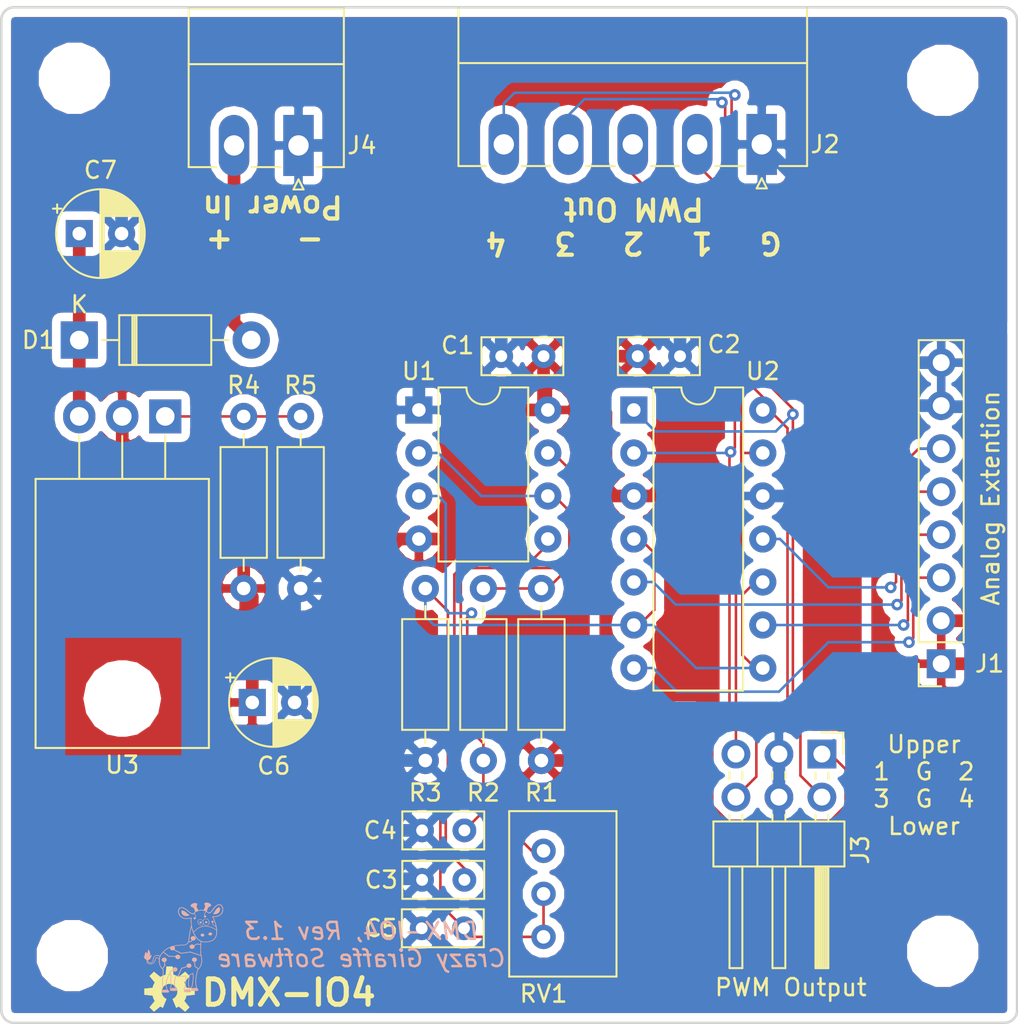
<source format=kicad_pcb>
(kicad_pcb (version 20171130) (host pcbnew "(5.0.0)")
  (title_block (title "DMX Demonstrator - Analog IO PWM (DMX-IO4)") (date 2023-09-17) (rev 1.3) (company "Crazy Giraffe Software") (comment 2 "Designed by: SparkyBobo") (comment 3 https://creativecommons.org/licenses/by-sa/4.0/) (comment 4 "Released under the Creative Commons Attribution Share-Alike 4.0m License"))
  (layers (0 F.Cu signal) (31 B.Cu signal) (34 B.Paste user) (35 F.Paste user) (36 B.SilkS user) (37 F.SilkS user) (38 B.Mask user) (39 F.Mask user) (44 Edge.Cuts user))
  (net 0 "")
  (net 1 GND)
  (net 2 /AO1)
  (net 3 /AO0)
  (net 4 /AO3)
  (net 5 /AO2)
  (net 6 "Net-(J2-Pad2)")
  (net 7 "Net-(J2-Pad3)")
  (net 8 "Net-(J2-Pad4)")
  (net 9 "Net-(J2-Pad5)")
  (net 10 "Net-(R1-Pad2)")
  (net 11 +5V)
  (net 12 "Net-(C5-Pad1)")
  (net 13 "Net-(C4-Pad2)")
  (net 14 "Net-(RV1-Pad1)")
  (net 15 "Net-(C3-Pad2)")
  (net 16 "Net-(R4-Pad1)")
  (net 17 "Net-(C7-Pad1)")
  (net 18 "Net-(D1-Pad2)")
  (net 19 "Net-(C2-Pad1)")
  (module Connector_Phoenix_MC:PhoenixContact_MC_1,5_2-G-3.81_1x02_P3.81mm_Horizontal (layer F.Cu) (at 133.7945 75.1205 180)
    (fp_text reference J4 (at -3.7465 0 180) (layer F.SilkS))
    (fp_text value Power)
    (pad 1 thru_hole rect (at 0 0 180) (size 1.8 3.6) (drill 1.2) (layers *.Cu *.Mask) (net 1 GND))
    (pad 2 thru_hole oval (at 3.81 0 180) (size 1.8 3.6) (drill 1.2) (layers *.Cu *.Mask) (net 18 "Net-(D1-Pad2)"))
  )
  (module Connector_Phoenix_MC:PhoenixContact_MC_1,5_5-G-3.81_1x05_P3.81mm_Horizontal (layer F.Cu) (at 161.163 75.057 180)
    (fp_text reference J2 (at -3.7465 0 180) (layer F.SilkS))
    (fp_text value Output)
    (pad 1 thru_hole rect (at 0 0 180) (size 1.8 3.6) (drill 1.2) (layers *.Cu *.Mask) (net 1 GND))
    (pad 2 thru_hole oval (at 3.81 0 180) (size 1.8 3.6) (drill 1.2) (layers *.Cu *.Mask) (net 6 "Net-(J2-Pad2)"))
    (pad 3 thru_hole oval (at 7.62 0 180) (size 1.8 3.6) (drill 1.2) (layers *.Cu *.Mask) (net 7 "Net-(J2-Pad3)"))
    (pad 4 thru_hole oval (at 11.43 0 180) (size 1.8 3.6) (drill 1.2) (layers *.Cu *.Mask) (net 8 "Net-(J2-Pad4)"))
    (pad 5 thru_hole oval (at 15.24 0 180) (size 1.8 3.6) (drill 1.2) (layers *.Cu *.Mask) (net 9 "Net-(J2-Pad5)"))
  )
  (module Connector_PinHeader_2.54mm:PinHeader_2x03_P2.54mm_Horizontal (layer F.Cu) (at 164.719 111.0615 270)
    (fp_text reference J3 (at 5.655 -2.27 270) (layer F.SilkS))
    (fp_text value Output)
    (pad 1 thru_hole rect (at 0 0 270) (size 1.7 1.7) (drill 1) (layers *.Cu *.Mask) (net 7 "Net-(J2-Pad3)"))
    (pad 2 thru_hole oval (at 2.54 0 270) (size 1.7 1.7) (drill 1) (layers *.Cu *.Mask) (net 9 "Net-(J2-Pad5)"))
    (pad 3 thru_hole oval (at 0 2.54 270) (size 1.7 1.7) (drill 1) (layers *.Cu *.Mask) (net 1 GND))
    (pad 4 thru_hole oval (at 2.54 2.54 270) (size 1.7 1.7) (drill 1) (layers *.Cu *.Mask) (net 1 GND))
    (pad 5 thru_hole oval (at 0 5.08 270) (size 1.7 1.7) (drill 1) (layers *.Cu *.Mask) (net 6 "Net-(J2-Pad2)"))
    (pad 6 thru_hole oval (at 2.54 5.08 270) (size 1.7 1.7) (drill 1) (layers *.Cu *.Mask) (net 8 "Net-(J2-Pad4)"))
  )
  (module Capacitor_THT:CP_Radial_D5.0mm_P2.50mm (layer F.Cu) (at 131.064 108.0135)
    (fp_text reference C6 (at 1.27 3.7465) (layer F.SilkS))
    (fp_text value 10uF)
    (pad 2 thru_hole circle (at 2.5 0) (size 1.6 1.6) (drill 0.8) (layers *.Cu *.Mask) (net 1 GND))
    (pad 1 thru_hole rect (at 0 0) (size 1.6 1.6) (drill 0.8) (layers *.Cu *.Mask) (net 19 "Net-(C2-Pad1)"))
  )
  (module Capacitor_THT:CP_Radial_D5.0mm_P2.50mm (layer F.Cu) (at 120.8405 80.3275)
    (fp_text reference C7 (at 1.25 -3.75) (layer F.SilkS))
    (fp_text value 10uF)
    (pad 1 thru_hole rect (at 0 0) (size 1.6 1.6) (drill 0.8) (layers *.Cu *.Mask) (net 17 "Net-(C7-Pad1)"))
    (pad 2 thru_hole circle (at 2.5 0) (size 1.6 1.6) (drill 0.8) (layers *.Cu *.Mask) (net 1 GND))
  )
  (module Diode_THT:D_DO-41_SOD81_P10.16mm_Horizontal (layer F.Cu) (at 120.8405 86.614)
    (fp_text reference D1 (at -2.413 0) (layer F.SilkS))
    (fp_text value 1N5819)
    (fp_text user K (at 0 -2.1) (layer F.SilkS))
    (pad 1 thru_hole rect (at 0 0) (size 2.2 2.2) (drill 1.1) (layers *.Cu *.Mask) (net 17 "Net-(C7-Pad1)"))
    (pad 2 thru_hole oval (at 10.16 0) (size 2.2 2.2) (drill 1.1) (layers *.Cu *.Mask) (net 18 "Net-(D1-Pad2)"))
  )
  (module Package_TO_SOT_THT:TO-220-3_Horizontal_TabDown (layer F.Cu) (at 125.9205 91.1225 180)
    (fp_text reference U3 (at 2.54 -20.58 180) (layer F.SilkS))
    (fp_text value LM317T)
    (pad "" np_thru_hole oval (at 2.54 -16.66 180) (size 3.5 3.5) (drill 3.5) (layers *.Cu *.Mask))
    (pad 1 thru_hole rect (at 0 0 180) (size 1.905 2) (drill 1.1) (layers *.Cu *.Mask) (net 16 "Net-(R4-Pad1)"))
    (pad 2 thru_hole oval (at 2.54 0 180) (size 1.905 2) (drill 1.1) (layers *.Cu *.Mask) (net 19 "Net-(C2-Pad1)"))
    (pad 3 thru_hole oval (at 5.08 0 180) (size 1.905 2) (drill 1.1) (layers *.Cu *.Mask) (net 17 "Net-(C7-Pad1)"))
  )
  (module Resistor_THT:R_Axial_DIN0207_L6.3mm_D2.5mm_P10.16mm_Horizontal (layer F.Cu) (at 130.556 91.1225 270)
    (fp_text reference R4 (at -1.8415 0 180) (layer F.SilkS))
    (fp_text value "392 1%")
    (pad 2 thru_hole oval (at 10.16 0 270) (size 1.6 1.6) (drill 0.8) (layers *.Cu *.Mask) (net 19 "Net-(C2-Pad1)"))
    (pad 1 thru_hole circle (at 0 0 270) (size 1.6 1.6) (drill 0.8) (layers *.Cu *.Mask) (net 16 "Net-(R4-Pad1)"))
  )
  (module Resistor_THT:R_Axial_DIN0207_L6.3mm_D2.5mm_P10.16mm_Horizontal (layer F.Cu) (at 133.9215 101.2825 90)
    (fp_text reference R5 (at 12.0015 0 180) (layer F.SilkS))
    (fp_text value "2.74k 1%")
    (pad 1 thru_hole circle (at 0 0 90) (size 1.6 1.6) (drill 0.8) (layers *.Cu *.Mask) (net 1 GND))
    (pad 2 thru_hole oval (at 10.16 0 90) (size 1.6 1.6) (drill 0.8) (layers *.Cu *.Mask) (net 16 "Net-(R4-Pad1)"))
  )
  (module Package_DIP:DIP-14_W7.62mm (layer F.Cu) (at 153.6065 90.7415)
    (fp_text reference U2 (at 7.62 -2.286) (layer F.SilkS))
    (fp_text value LM339)
    (pad 14 thru_hole oval (at 7.62 0) (size 1.6 1.6) (drill 0.8) (layers *.Cu *.Mask) (net 8 "Net-(J2-Pad4)"))
    (pad 7 thru_hole oval (at 0 15.24) (size 1.6 1.6) (drill 0.8) (layers *.Cu *.Mask) (net 4 /AO3))
    (pad 13 thru_hole oval (at 7.62 2.54) (size 1.6 1.6) (drill 0.8) (layers *.Cu *.Mask) (net 6 "Net-(J2-Pad2)"))
    (pad 6 thru_hole oval (at 0 12.7) (size 1.6 1.6) (drill 0.8) (layers *.Cu *.Mask) (net 12 "Net-(C5-Pad1)"))
    (pad 12 thru_hole oval (at 7.62 5.08) (size 1.6 1.6) (drill 0.8) (layers *.Cu *.Mask) (net 1 GND))
    (pad 5 thru_hole oval (at 0 10.16) (size 1.6 1.6) (drill 0.8) (layers *.Cu *.Mask) (net 2 /AO1))
    (pad 11 thru_hole oval (at 7.62 7.62) (size 1.6 1.6) (drill 0.8) (layers *.Cu *.Mask) (net 3 /AO0))
    (pad 4 thru_hole oval (at 0 7.62) (size 1.6 1.6) (drill 0.8) (layers *.Cu *.Mask) (net 12 "Net-(C5-Pad1)"))
    (pad 10 thru_hole oval (at 7.62 10.16) (size 1.6 1.6) (drill 0.8) (layers *.Cu *.Mask) (net 12 "Net-(C5-Pad1)"))
    (pad 3 thru_hole oval (at 0 5.08) (size 1.6 1.6) (drill 0.8) (layers *.Cu *.Mask) (net 19 "Net-(C2-Pad1)"))
    (pad 9 thru_hole oval (at 7.62 12.7) (size 1.6 1.6) (drill 0.8) (layers *.Cu *.Mask) (net 5 /AO2))
    (pad 2 thru_hole oval (at 0 2.54) (size 1.6 1.6) (drill 0.8) (layers *.Cu *.Mask) (net 7 "Net-(J2-Pad3)"))
    (pad 8 thru_hole oval (at 7.62 15.24) (size 1.6 1.6) (drill 0.8) (layers *.Cu *.Mask) (net 12 "Net-(C5-Pad1)"))
    (pad 1 thru_hole rect (at 0 0) (size 1.6 1.6) (drill 0.8) (layers *.Cu *.Mask) (net 9 "Net-(J2-Pad5)"))
  )
  (module Capacitor_THT:C_Rect_L4.6mm_W2.0mm_P2.50mm_MKS02_FKP02 (layer F.Cu) (at 141.097 118.491)
    (fp_text reference C3 (at -2.413 0) (layer F.SilkS))
    (fp_text value 0.1uF)
    (pad 1 thru_hole circle (at 0 0) (size 1.4 1.4) (drill 0.7) (layers *.Cu *.Mask) (net 1 GND))
    (pad 2 thru_hole circle (at 2.5 0) (size 1.4 1.4) (drill 0.7) (layers *.Cu *.Mask) (net 15 "Net-(C3-Pad2)"))
  )
  (module Capacitor_THT:C_Rect_L4.6mm_W2.0mm_P2.50mm_MKS02_FKP02 (layer F.Cu) (at 141.097 115.57)
    (fp_text reference C4 (at -2.4765 0) (layer F.SilkS))
    (fp_text value 0.68uF)
    (pad 2 thru_hole circle (at 2.5 0) (size 1.4 1.4) (drill 0.7) (layers *.Cu *.Mask) (net 13 "Net-(C4-Pad2)"))
    (pad 1 thru_hole circle (at 0 0) (size 1.4 1.4) (drill 0.7) (layers *.Cu *.Mask) (net 1 GND))
  )
  (module Capacitor_THT:C_Rect_L4.6mm_W2.0mm_P2.50mm_MKS02_FKP02 (layer F.Cu) (at 143.5735 121.3485 180)
    (fp_text reference C5 (at 4.8895 0 180) (layer F.SilkS))
    (fp_text value 0.68uF)
    (pad 1 thru_hole circle (at 0 0 180) (size 1.4 1.4) (drill 0.7) (layers *.Cu *.Mask) (net 12 "Net-(C5-Pad1)"))
    (pad 2 thru_hole circle (at 2.5 0 180) (size 1.4 1.4) (drill 0.7) (layers *.Cu *.Mask) (net 1 GND))
  )
  (module Potentiometer_THT:Potentiometer_Bourns_3299W_Vertical (layer F.Cu) (at 148.2725 116.7765 90)
    (fp_text reference RV1 (at -8.4455 0) (layer F.SilkS))
    (fp_text value 10k)
    (pad 1 thru_hole circle (at 0 0 90) (size 1.44 1.44) (drill 0.8) (layers *.Cu *.Mask) (net 14 "Net-(RV1-Pad1)"))
    (pad 2 thru_hole circle (at -2.54 0 90) (size 1.44 1.44) (drill 0.8) (layers *.Cu *.Mask) (net 12 "Net-(C5-Pad1)"))
    (pad 3 thru_hole circle (at -5.08 0 90) (size 1.44 1.44) (drill 0.8) (layers *.Cu *.Mask) (net 12 "Net-(C5-Pad1)"))
  )
  (module Resistor_THT:R_Axial_DIN0207_L6.3mm_D2.5mm_P10.16mm_Horizontal (layer F.Cu) (at 148.1455 111.4425 90)
    (fp_text reference R1 (at -1.905 0 180) (layer F.SilkS))
    (fp_text value 330)
    (pad 2 thru_hole oval (at 10.16 0 90) (size 1.6 1.6) (drill 0.8) (layers *.Cu *.Mask) (net 10 "Net-(R1-Pad2)"))
    (pad 1 thru_hole circle (at 0 0 90) (size 1.6 1.6) (drill 0.8) (layers *.Cu *.Mask) (net 11 +5V))
  )
  (module Resistor_THT:R_Axial_DIN0207_L6.3mm_D2.5mm_P10.16mm_Horizontal (layer F.Cu) (at 144.7165 101.2825 270)
    (fp_text reference R2 (at 12.065 0) (layer F.SilkS))
    (fp_text value 10k)
    (pad 1 thru_hole circle (at 0 0 270) (size 1.6 1.6) (drill 0.8) (layers *.Cu *.Mask) (net 10 "Net-(R1-Pad2)"))
    (pad 2 thru_hole oval (at 10.16 0 270) (size 1.6 1.6) (drill 0.8) (layers *.Cu *.Mask) (net 13 "Net-(C4-Pad2)"))
  )
  (module Resistor_THT:R_Axial_DIN0207_L6.3mm_D2.5mm_P10.16mm_Horizontal (layer F.Cu) (at 141.2875 111.4425 90)
    (fp_text reference R3 (at -1.905 0 180) (layer F.SilkS))
    (fp_text value 10k)
    (pad 2 thru_hole oval (at 10.16 0 90) (size 1.6 1.6) (drill 0.8) (layers *.Cu *.Mask) (net 12 "Net-(C5-Pad1)"))
    (pad 1 thru_hole circle (at 0 0 90) (size 1.6 1.6) (drill 0.8) (layers *.Cu *.Mask) (net 1 GND))
  )
  (module Connector_PinSocket_2.54mm:PinSocket_1x08_P2.54mm_Vertical (layer F.Cu) (at 171.7675 105.7275 180)
    (fp_text reference J1 (at -2.8575 0 180) (layer F.SilkS))
    (fp_text value "Analog Extension")
    (pad 1 thru_hole rect (at 0 0 180) (size 1.7 1.7) (drill 1) (layers *.Cu *.Mask) (net 11 +5V))
    (pad 2 thru_hole oval (at 0 2.54 180) (size 1.7 1.7) (drill 1) (layers *.Cu *.Mask) (net 11 +5V))
    (pad 3 thru_hole oval (at 0 5.08 180) (size 1.7 1.7) (drill 1) (layers *.Cu *.Mask) (net 4 /AO3))
    (pad 4 thru_hole oval (at 0 7.62 180) (size 1.7 1.7) (drill 1) (layers *.Cu *.Mask) (net 5 /AO2))
    (pad 5 thru_hole oval (at 0 10.16 180) (size 1.7 1.7) (drill 1) (layers *.Cu *.Mask) (net 2 /AO1))
    (pad 6 thru_hole oval (at 0 12.7 180) (size 1.7 1.7) (drill 1) (layers *.Cu *.Mask) (net 3 /AO0))
    (pad 7 thru_hole oval (at 0 15.24 180) (size 1.7 1.7) (drill 1) (layers *.Cu *.Mask) (net 1 GND))
    (pad 8 thru_hole oval (at 0 17.78 180) (size 1.7 1.7) (drill 1) (layers *.Cu *.Mask) (net 1 GND))
  )
  (module Package_DIP:DIP-8_W7.62mm (layer F.Cu) (at 140.9065 90.7415)
    (fp_text reference U1 (at 0 -2.286) (layer F.SilkS))
    (fp_text value NE555)
    (pad 1 thru_hole rect (at 0 0) (size 1.6 1.6) (drill 0.8) (layers *.Cu *.Mask) (net 1 GND))
    (pad 5 thru_hole oval (at 7.62 7.62) (size 1.6 1.6) (drill 0.8) (layers *.Cu *.Mask) (net 15 "Net-(C3-Pad2)"))
    (pad 2 thru_hole oval (at 0 2.54) (size 1.6 1.6) (drill 0.8) (layers *.Cu *.Mask) (net 13 "Net-(C4-Pad2)"))
    (pad 6 thru_hole oval (at 7.62 5.08) (size 1.6 1.6) (drill 0.8) (layers *.Cu *.Mask) (net 13 "Net-(C4-Pad2)"))
    (pad 3 thru_hole oval (at 0 5.08) (size 1.6 1.6) (drill 0.8) (layers *.Cu *.Mask) (net 14 "Net-(RV1-Pad1)"))
    (pad 7 thru_hole oval (at 7.62 2.54) (size 1.6 1.6) (drill 0.8) (layers *.Cu *.Mask) (net 10 "Net-(R1-Pad2)"))
    (pad 4 thru_hole oval (at 0 7.62) (size 1.6 1.6) (drill 0.8) (layers *.Cu *.Mask) (net 11 +5V))
    (pad 8 thru_hole oval (at 7.62 0) (size 1.6 1.6) (drill 0.8) (layers *.Cu *.Mask) (net 11 +5V))
  )
  (module Capacitor_THT:C_Rect_L4.6mm_W2.0mm_P2.50mm_MKS02_FKP02 (layer F.Cu) (at 153.837 87.5665)
    (fp_text reference C2 (at 5.1035 -0.6985) (layer F.SilkS))
    (fp_text value 0.1uF)
    (pad 2 thru_hole circle (at 2.5 0) (size 1.4 1.4) (drill 0.7) (layers *.Cu *.Mask) (net 1 GND))
    (pad 1 thru_hole circle (at 0 0) (size 1.4 1.4) (drill 0.7) (layers *.Cu *.Mask) (net 19 "Net-(C2-Pad1)"))
  )
  (module Capacitor_THT:C_Rect_L4.6mm_W2.0mm_P2.50mm_MKS02_FKP02 (layer F.Cu) (at 148.2725 87.5665 180)
    (fp_text reference C1 (at 5.08 0.635 180) (layer F.SilkS))
    (fp_text value 0.1uF)
    (pad 1 thru_hole circle (at 0 0 180) (size 1.4 1.4) (drill 0.7) (layers *.Cu *.Mask) (net 11 +5V))
    (pad 2 thru_hole circle (at 2.5 0 180) (size 1.4 1.4) (drill 0.7) (layers *.Cu *.Mask) (net 1 GND))
  )
  (module MountingHole:MountingHole_3.2mm_M3 (layer F.Cu) (at 171.864 71.2775)
    (fp_text reference MH2 hide)
    (fp_text value MountingHole)
    (pad 1 np_thru_hole circle (at 0 0) (size 3.2 3.2) (drill 3.2) (layers *.Cu *.Mask))
  )
  (module MountingHole:MountingHole_3.2mm_M3 (layer F.Cu) (at 120.429 122.9665)
    (fp_text reference MH3 hide)
    (fp_text value MountingHole)
    (pad 1 np_thru_hole circle (at 0 0) (size 3.2 3.2) (drill 3.2) (layers *.Cu *.Mask))
  )
  (module MountingHole:MountingHole_3.2mm_M3 (layer F.Cu) (at 171.864 122.7125)
    (fp_text reference MH4 hide)
    (fp_text value MountingHole)
    (pad 1 np_thru_hole circle (at 0 0) (size 3.2 3.2) (drill 3.2) (layers *.Cu *.Mask))
  )
  (module MountingHole:MountingHole_3.2mm_M3 (layer F.Cu) (at 120.556 71.1505)
    (fp_text reference MH1 hide)
    (fp_text value MountingHole)
    (pad 1 np_thru_hole circle (at 0 0) (size 3.2 3.2) (drill 3.2) (layers *.Cu *.Mask))
  )
  (module footprints:OSHW-LOGO-S (layer F.Cu) (at 126.1745 125.095)
    (fp_text reference "" (at 0 0) (layer F.SilkS) (effects (font (size 1.524 1.524))))
    (fp_text value "" (at 0 0) (layer F.SilkS) (effects (font (size 1.524 1.524))))
  )
  (module footprints:logo_cr_5x5 (layer B.Cu) (at 127 122.4915 180)
    (fp_text reference G*** hide)
    (fp_text value LOGO hide)
  )
  (gr_arc (start 175.49874 126.182) (end 175.51654 126.9365) (angle -90) (layer Edge.Cuts) (width 0.15))
  (gr_text "PWM Output" (at 162.8775 124.841) (layer F.SilkS) (effects (font (size 1 1))))
  (gr_text "Upper\n1  G  2\n3  G  4\nLower" (at 170.7515 112.903) (layer F.SilkS) (effects (font (size 1 1))))
  (gr_text " -    +\nPower In" (at 132.2705 79.756 180) (layer F.SilkS) (effects (font (size 1.25 1.25) (thickness 0.25))))
  (gr_text "Analog Extention" (at 174.6885 95.9485 90) (layer F.SilkS) (effects (font (size 1 1))))
  (gr_line (start 116.9949 66.9595) (end 175.4149 66.9595) (layer Edge.Cuts) (width 0.15))
  (gr_line (start 176.2507 67.7775) (end 176.2506 126.14148) (layer Edge.Cuts) (width 0.15))
  (gr_arc (start 175.4327 67.7775) (end 176.2507 67.7775) (angle -90) (layer Edge.Cuts) (width 0.15))
  (gr_arc (start 116.9949 67.7215) (end 116.9949 66.9595) (angle -90) (layer Edge.Cuts) (width 0.15))
  (gr_arc (start 117 126.1745) (end 116.238 126.1745) (angle -90) (layer Edge.Cuts) (width 0.15))
  (gr_line (start 116.9949 126.9365) (end 175.514 126.9365) (layer Edge.Cuts) (width 0.15))
  (gr_line (start 116.2329 126.1975) (end 116.2329 67.7215) (layer Edge.Cuts) (width 0.15))
  (gr_text "DMX-IO4, Rev 1.3\nCrazy Giraffe Software\n\n" (at 137.541 123.1265) (layer B.SilkS) (effects (font (size 1 1) (thickness 0.15) italic) (justify mirror)))
  (gr_text DMX-IO4 (at 133.223 125.1585) (layer F.SilkS) (effects (font (size 1.5 1.5) (thickness 0.3))))
  (gr_text "G   1   2   3   4\nPWM Out" (at 153.6065 79.883 180) (layer F.SilkS) (effects (font (size 1.25 1.25) (thickness 0.25))))
  (segment (start 145.7725 85.685) (end 146.05 85.4075) (width 0.75) (layer B.Cu) (net 1))
  (segment (start 145.7725 87.5665) (end 145.7725 85.685) (width 0.75) (layer B.Cu) (net 1))
  (segment (start 156.337 87.5665) (end 156.337 85.4075) (width 0.75) (layer B.Cu) (net 1))
  (segment (start 156.337 85.4075) (end 146.05 85.4075) (width 0.75) (layer B.Cu) (net 1))
  (segment (start 140.9065 90.7415) (end 140.9065 85.4075) (width 0.75) (layer B.Cu) (net 1))
  (segment (start 146.05 85.4075) (end 140.9065 85.4075) (width 0.75) (layer B.Cu) (net 1))
  (segment (start 140.9065 85.4075) (end 139.1285 85.4075) (width 0.75) (layer B.Cu) (net 1))
  (segment (start 139.192 118.4275) (end 139.1285 118.364) (width 0.75) (layer B.Cu) (net 1))
  (segment (start 139.1285 118.364) (end 139.1285 115.57) (width 0.75) (layer B.Cu) (net 1))
  (segment (start 141.2875 111.4425) (end 139.1285 111.4425) (width 0.75) (layer B.Cu) (net 1))
  (segment (start 174.752 90.551) (end 174.752 115.57) (width 0.75) (layer B.Cu) (net 1))
  (segment (start 171.7675 90.4875) (end 171.831 90.551) (width 0.75) (layer B.Cu) (net 1))
  (segment (start 171.831 90.551) (end 174.752 90.551) (width 0.75) (layer B.Cu) (net 1))
  (segment (start 141.097 115.57) (end 139.1285 115.57) (width 0.75) (layer B.Cu) (net 1))
  (segment (start 141.0735 118.4275) (end 139.192 118.4275) (width 0.75) (layer B.Cu) (net 1))
  (segment (start 139.1285 113.2205) (end 139.1285 111.4425) (width 0.75) (layer B.Cu) (net 1))
  (segment (start 139.1285 115.57) (end 139.1285 113.2205) (width 0.75) (layer B.Cu) (net 1))
  (segment (start 133.564 101.64) (end 133.9215 101.2825) (width 0.75) (layer B.Cu) (net 1))
  (segment (start 133.564 108.1405) (end 133.564 101.64) (width 0.75) (layer B.Cu) (net 1))
  (segment (start 133.9215 101.2825) (end 139.1285 101.2825) (width 0.75) (layer B.Cu) (net 1))
  (segment (start 139.1285 111.4425) (end 139.1285 101.2825) (width 0.75) (layer B.Cu) (net 1))
  (segment (start 139.1285 101.2825) (end 139.1285 85.4075) (width 0.75) (layer B.Cu) (net 1))
  (segment (start 174.752 115.57) (end 162.8775 115.57) (width 0.75) (layer B.Cu) (net 1))
  (segment (start 164.0205 95.8215) (end 161.2265 95.8215) (width 0.75) (layer B.Cu) (net 1))
  (segment (start 171.7675 90.4875) (end 164.0205 90.4875) (width 0.75) (layer B.Cu) (net 1))
  (segment (start 164.0205 90.4875) (end 164.0205 95.8215) (width 0.75) (layer B.Cu) (net 1))
  (segment (start 164.0205 90.4875) (end 164.0205 88.011) (width 0.75) (layer B.Cu) (net 1))
  (segment (start 164.084 87.9475) (end 164.0205 88.011) (width 0.75) (layer B.Cu) (net 1))
  (segment (start 171.7675 87.9475) (end 164.084 87.9475) (width 0.75) (layer B.Cu) (net 1))
  (segment (start 156.337 85.4075) (end 164.0205 85.4075) (width 0.75) (layer B.Cu) (net 1))
  (segment (start 164.0205 88.011) (end 164.0205 85.4075) (width 0.75) (layer B.Cu) (net 1))
  (segment (start 162.179 111.0615) (end 162.179 113.6015) (width 0.75) (layer B.Cu) (net 1))
  (segment (start 162.179 113.6015) (end 162.179 115.57) (width 0.75) (layer B.Cu) (net 1))
  (segment (start 162.8775 115.57) (end 162.179 115.57) (width 0.75) (layer B.Cu) (net 1))
  (segment (start 164.0205 77.9145) (end 161.163 75.057) (width 0.75) (layer B.Cu) (net 1))
  (segment (start 164.0205 85.4075) (end 164.0205 77.9145) (width 0.75) (layer B.Cu) (net 1))
  (segment (start 139.1285 71.12) (end 127.762 71.12) (width 0.75) (layer B.Cu) (net 1))
  (segment (start 123.3405 75.5415) (end 123.3405 80.3275) (width 0.75) (layer B.Cu) (net 1))
  (segment (start 127.762 71.12) (end 123.3405 75.5415) (width 0.75) (layer B.Cu) (net 1))
  (segment (start 139.065 75.1205) (end 139.1285 75.057) (width 0.75) (layer B.Cu) (net 1))
  (segment (start 133.7945 75.1205) (end 139.065 75.1205) (width 0.75) (layer B.Cu) (net 1))
  (segment (start 139.1285 85.4075) (end 139.1285 75.057) (width 0.75) (layer B.Cu) (net 1))
  (segment (start 139.1285 75.057) (end 139.1285 71.12) (width 0.75) (layer B.Cu) (net 1))
  (segment (start 155.1305 115.57) (end 162.179 115.57) (width 0.75) (layer B.Cu) (net 1))
  (segment (start 151.4475 115.57) (end 155.1305 115.57) (width 0.75) (layer B.Cu) (net 1))
  (segment (start 139.1285 113.2205) (end 151.4475 113.2205) (width 0.75) (layer B.Cu) (net 1))
  (segment (start 151.4475 113.2205) (end 151.4475 115.57) (width 0.75) (layer B.Cu) (net 1))
  (segment (start 156.083 102.235) (end 163.7665 102.235) (width 0.1524) (layer B.Cu) (net 2))
  (segment (start 153.6065 100.9015) (end 154.7495 100.9015) (width 0.1524) (layer B.Cu) (net 2))
  (segment (start 154.7495 100.9015) (end 156.083 102.235) (width 0.1524) (layer B.Cu) (net 2))
  (segment (start 171.7675 95.5675) (end 170.434 95.5675) (width 0.1524) (layer F.Cu) (net 2))
  (segment (start 170.434 95.5675) (end 169.418 96.5835) (width 0.1524) (layer F.Cu) (net 2))
  (segment (start 163.7665 102.235) (end 168.402 102.235) (width 0.1524) (layer B.Cu) (net 2))
  (via (at 169.164 102.235) (size 0.6858) (drill 0.3302) (layers F.Cu B.Cu) (net 2))
  (segment (start 168.402 102.235) (end 169.164 102.235) (width 0.1524) (layer B.Cu) (net 2))
  (segment (start 169.164 102.235) (end 169.418 101.981) (width 0.1524) (layer F.Cu) (net 2))
  (segment (start 169.418 96.5835) (end 169.418 101.981) (width 0.1524) (layer F.Cu) (net 2))
  (segment (start 170.4975 93.0275) (end 171.7675 93.0275) (width 0.1524) (layer B.Cu) (net 3))
  (segment (start 171.7675 93.0275) (end 170.434 93.0275) (width 0.1524) (layer F.Cu) (net 3))
  (segment (start 170.434 93.0275) (end 169.1005 94.361) (width 0.1524) (layer F.Cu) (net 3))
  (segment (start 162.2425 98.3615) (end 163.068 99.187) (width 0.1524) (layer B.Cu) (net 3))
  (segment (start 161.2265 98.3615) (end 162.2425 98.3615) (width 0.1524) (layer B.Cu) (net 3))
  (segment (start 163.068 99.187) (end 165.1 101.219) (width 0.1524) (layer B.Cu) (net 3))
  (segment (start 165.1 101.219) (end 168.275 101.219) (width 0.1524) (layer B.Cu) (net 3))
  (via (at 168.783 101.219) (size 0.6858) (drill 0.3302) (layers F.Cu B.Cu) (net 3))
  (segment (start 168.275 101.219) (end 168.783 101.219) (width 0.1524) (layer B.Cu) (net 3))
  (segment (start 168.783 101.219) (end 169.1005 100.9015) (width 0.1524) (layer F.Cu) (net 3))
  (segment (start 169.1005 94.361) (end 169.1005 100.9015) (width 0.1524) (layer F.Cu) (net 3))
  (segment (start 153.6065 105.9815) (end 154.7495 105.9815) (width 0.1524) (layer B.Cu) (net 4))
  (segment (start 154.7495 105.9815) (end 156.1465 107.3785) (width 0.1524) (layer B.Cu) (net 4))
  (segment (start 171.7675 100.6475) (end 170.434 100.6475) (width 0.1524) (layer F.Cu) (net 4))
  (segment (start 170.434 100.6475) (end 170.1165 100.965) (width 0.1524) (layer F.Cu) (net 4))
  (segment (start 156.1465 107.3785) (end 162.179 107.3785) (width 0.1524) (layer B.Cu) (net 4))
  (segment (start 162.179 107.3785) (end 165.1 104.4575) (width 0.1524) (layer B.Cu) (net 4))
  (segment (start 165.1 104.4575) (end 166.9415 104.4575) (width 0.1524) (layer B.Cu) (net 4))
  (segment (start 166.9415 104.4575) (end 168.3385 104.4575) (width 0.1524) (layer B.Cu) (net 4))
  (via (at 169.8625 104.4575) (size 0.6858) (drill 0.3302) (layers F.Cu B.Cu) (net 4))
  (segment (start 168.3385 104.4575) (end 169.8625 104.4575) (width 0.1524) (layer B.Cu) (net 4))
  (segment (start 169.8625 104.4575) (end 170.1165 104.2035) (width 0.1524) (layer F.Cu) (net 4))
  (segment (start 170.1165 100.965) (end 170.1165 104.2035) (width 0.1524) (layer F.Cu) (net 4))
  (segment (start 161.2265 103.4415) (end 165.1 103.4415) (width 0.1524) (layer B.Cu) (net 5))
  (segment (start 171.7675 98.1075) (end 170.434 98.1075) (width 0.1524) (layer F.Cu) (net 5))
  (segment (start 170.434 98.1075) (end 169.799 98.7425) (width 0.1524) (layer F.Cu) (net 5))
  (segment (start 165.1 103.4415) (end 168.3385 103.4415) (width 0.1524) (layer B.Cu) (net 5))
  (via (at 169.545 103.4415) (size 0.6858) (drill 0.3302) (layers F.Cu B.Cu) (net 5))
  (segment (start 168.3385 103.4415) (end 169.545 103.4415) (width 0.1524) (layer B.Cu) (net 5))
  (segment (start 169.545 103.4415) (end 169.799 103.1875) (width 0.1524) (layer F.Cu) (net 5))
  (segment (start 169.799 98.7425) (end 169.799 103.1875) (width 0.1524) (layer F.Cu) (net 5))
  (segment (start 159.9565 99.6315) (end 159.9565 92.329) (width 0.1524) (layer F.Cu) (net 6))
  (segment (start 159.639 99.949) (end 159.9565 99.6315) (width 0.1524) (layer F.Cu) (net 6))
  (segment (start 159.639 109.6645) (end 159.639 99.949) (width 0.1524) (layer F.Cu) (net 6))
  (segment (start 159.9565 93.2815) (end 159.9565 92.329) (width 0.1524) (layer F.Cu) (net 6))
  (segment (start 161.2265 93.2815) (end 159.9565 93.2815) (width 0.1524) (layer F.Cu) (net 6))
  (segment (start 159.639 109.6645) (end 159.639 111.0615) (width 0.1524) (layer F.Cu) (net 6))
  (segment (start 157.353 76.2635) (end 157.353 75.057) (width 0.1524) (layer F.Cu) (net 6))
  (segment (start 159.9565 92.329) (end 159.9565 78.867) (width 0.1524) (layer F.Cu) (net 6))
  (segment (start 159.9565 78.867) (end 157.353 76.2635) (width 0.1524) (layer F.Cu) (net 6))
  (segment (start 153.6065 93.2815) (end 154.7495 93.2815) (width 0.1524) (layer B.Cu) (net 7))
  (via (at 159.3215 93.218) (size 0.6858) (drill 0.3302) (layers F.Cu B.Cu) (net 7))
  (segment (start 159.258 93.2815) (end 153.6065 93.2815) (width 0.1524) (layer B.Cu) (net 7))
  (segment (start 159.3215 93.218) (end 159.258 93.2815) (width 0.1524) (layer B.Cu) (net 7))
  (segment (start 165.4175 111.0615) (end 165.4175 110.236) (width 0.1524) (layer B.Cu) (net 7))
  (segment (start 166.116 114.1095) (end 166.116 111.9505) (width 0.1524) (layer F.Cu) (net 7))
  (segment (start 165.227 114.9985) (end 166.116 114.1095) (width 0.1524) (layer F.Cu) (net 7))
  (segment (start 159.3215 93.218) (end 159.258 93.2815) (width 0.1524) (layer F.Cu) (net 7))
  (segment (start 158.242 114.1095) (end 159.131 114.9985) (width 0.1524) (layer F.Cu) (net 7))
  (segment (start 159.131 114.9985) (end 165.227 114.9985) (width 0.1524) (layer F.Cu) (net 7))
  (segment (start 165.227 111.0615) (end 166.116 111.9505) (width 0.1524) (layer F.Cu) (net 7))
  (segment (start 164.719 111.0615) (end 165.227 111.0615) (width 0.1524) (layer F.Cu) (net 7))
  (segment (start 158.242 110.236) (end 159.258 109.22) (width 0.1524) (layer F.Cu) (net 7))
  (segment (start 158.242 114.1095) (end 158.242 110.236) (width 0.1524) (layer F.Cu) (net 7))
  (segment (start 159.258 93.2815) (end 159.258 109.22) (width 0.1524) (layer F.Cu) (net 7))
  (segment (start 154.2415 77.5335) (end 153.543 76.835) (width 0.1524) (layer F.Cu) (net 7))
  (segment (start 158.115 77.5335) (end 154.2415 77.5335) (width 0.1524) (layer F.Cu) (net 7))
  (segment (start 159.5755 78.994) (end 158.115 77.5335) (width 0.1524) (layer F.Cu) (net 7))
  (segment (start 159.3215 93.218) (end 159.5755 92.964) (width 0.1524) (layer F.Cu) (net 7))
  (segment (start 159.5755 92.964) (end 159.5755 78.994) (width 0.1524) (layer F.Cu) (net 7))
  (via (at 158.8135 72.5805) (size 0.6858) (drill 0.3302) (layers F.Cu B.Cu) (net 8))
  (segment (start 158.8135 72.5805) (end 158.623 72.39) (width 0.1524) (layer B.Cu) (net 8))
  (segment (start 161.6075 90.7415) (end 161.2265 90.7415) (width 0.1524) (layer F.Cu) (net 8))
  (segment (start 162.687 91.821) (end 161.6075 90.7415) (width 0.1524) (layer F.Cu) (net 8))
  (segment (start 159.639 113.6015) (end 160.8455 112.395) (width 0.1524) (layer F.Cu) (net 8))
  (segment (start 160.8455 112.395) (end 160.8455 110.236) (width 0.1524) (layer F.Cu) (net 8))
  (segment (start 160.8455 110.236) (end 162.687 108.3945) (width 0.1524) (layer F.Cu) (net 8))
  (segment (start 162.687 108.3945) (end 162.687 91.821) (width 0.1524) (layer F.Cu) (net 8))
  (segment (start 149.733 73.3425) (end 150.6855 72.39) (width 0.1524) (layer B.Cu) (net 8))
  (segment (start 149.733 75.057) (end 149.733 73.3425) (width 0.1524) (layer B.Cu) (net 8))
  (segment (start 158.623 72.39) (end 150.6855 72.39) (width 0.1524) (layer B.Cu) (net 8))
  (segment (start 159.004 72.771) (end 158.8135 72.5805) (width 0.1524) (layer F.Cu) (net 8))
  (segment (start 159.004 77.216) (end 159.004 72.771) (width 0.1524) (layer F.Cu) (net 8))
  (segment (start 160.3375 78.5495) (end 159.004 77.216) (width 0.1524) (layer F.Cu) (net 8))
  (segment (start 160.3375 89.0905) (end 160.3375 78.5495) (width 0.1524) (layer F.Cu) (net 8))
  (segment (start 161.2265 90.7415) (end 161.2265 89.9795) (width 0.1524) (layer F.Cu) (net 8))
  (segment (start 161.2265 89.9795) (end 160.3375 89.0905) (width 0.1524) (layer F.Cu) (net 8))
  (via (at 159.5755 72.136) (size 0.6858) (drill 0.3302) (layers F.Cu B.Cu) (net 9))
  (segment (start 159.4485 72.009) (end 159.5755 72.136) (width 0.1524) (layer B.Cu) (net 9))
  (segment (start 161.9885 92.0115) (end 154.8765 92.0115) (width 0.1524) (layer B.Cu) (net 9))
  (segment (start 154.8765 92.0115) (end 153.6065 90.7415) (width 0.1524) (layer B.Cu) (net 9))
  (segment (start 163.0045 90.9955) (end 161.9885 92.0115) (width 0.1524) (layer B.Cu) (net 9))
  (via (at 163.0045 90.9955) (size 0.6858) (drill 0.3302) (layers F.Cu B.Cu) (net 9))
  (segment (start 159.639 72.1995) (end 159.5755 72.136) (width 0.1524) (layer F.Cu) (net 9))
  (segment (start 163.0045 108.3945) (end 163.0045 90.9955) (width 0.1524) (layer F.Cu) (net 9))
  (segment (start 163.449 108.839) (end 163.0045 108.3945) (width 0.1524) (layer F.Cu) (net 9))
  (segment (start 164.719 113.6015) (end 163.449 112.3315) (width 0.1524) (layer F.Cu) (net 9))
  (segment (start 163.449 112.3315) (end 163.449 108.839) (width 0.1524) (layer F.Cu) (net 9))
  (segment (start 145.923 72.644) (end 146.558 72.009) (width 0.1524) (layer B.Cu) (net 9))
  (segment (start 145.923 75.057) (end 145.923 72.644) (width 0.1524) (layer B.Cu) (net 9))
  (segment (start 146.558 72.009) (end 159.4485 72.009) (width 0.1524) (layer B.Cu) (net 9))
  (segment (start 163.0045 90.678) (end 163.0045 90.9955) (width 0.1524) (layer F.Cu) (net 9))
  (segment (start 160.7185 88.392) (end 163.0045 90.678) (width 0.1524) (layer F.Cu) (net 9))
  (segment (start 160.7185 78.359) (end 160.7185 88.392) (width 0.1524) (layer F.Cu) (net 9))
  (segment (start 159.385 77.0255) (end 160.7185 78.359) (width 0.1524) (layer F.Cu) (net 9))
  (segment (start 159.5755 72.136) (end 159.385 72.3265) (width 0.1524) (layer F.Cu) (net 9))
  (segment (start 159.385 72.3265) (end 159.385 77.0255) (width 0.1524) (layer F.Cu) (net 9))
  (segment (start 148.1455 101.2825) (end 144.7165 101.2825) (width 0.1524) (layer F.Cu) (net 10))
  (segment (start 148.844 93.2815) (end 148.5265 93.2815) (width 0.1524) (layer F.Cu) (net 10))
  (segment (start 150.114 94.5515) (end 148.844 93.2815) (width 0.1524) (layer F.Cu) (net 10))
  (segment (start 150.114 99.695) (end 150.114 94.5515) (width 0.1524) (layer F.Cu) (net 10))
  (segment (start 148.1455 101.2825) (end 148.5265 101.2825) (width 0.1524) (layer F.Cu) (net 10))
  (segment (start 148.5265 101.2825) (end 150.114 99.695) (width 0.1524) (layer F.Cu) (net 10))
  (segment (start 148.2725 87.5665) (end 148.2725 87.249) (width 0.75) (layer F.Cu) (net 11))
  (segment (start 148.2725 90.4875) (end 148.5265 90.7415) (width 0.75) (layer F.Cu) (net 11))
  (segment (start 148.2725 87.5665) (end 148.2725 90.4875) (width 0.75) (layer F.Cu) (net 11))
  (segment (start 174.6885 105.7275) (end 171.7675 105.7275) (width 0.75) (layer F.Cu) (net 11))
  (segment (start 171.7675 103.1875) (end 174.6885 103.1875) (width 0.75) (layer F.Cu) (net 11))
  (segment (start 174.6885 103.1875) (end 174.6885 105.7275) (width 0.75) (layer F.Cu) (net 11))
  (segment (start 143.256 98.3615) (end 140.9065 98.3615) (width 0.75) (layer F.Cu) (net 11))
  (segment (start 144.7165 96.901) (end 143.256 98.3615) (width 0.75) (layer F.Cu) (net 11))
  (segment (start 144.7165 92.0115) (end 144.7165 96.901) (width 0.75) (layer F.Cu) (net 11))
  (segment (start 148.5265 90.7415) (end 145.9865 90.7415) (width 0.75) (layer F.Cu) (net 11))
  (segment (start 145.9865 90.7415) (end 144.7165 92.0115) (width 0.75) (layer F.Cu) (net 11))
  (segment (start 148.844 90.7415) (end 148.5265 90.7415) (width 0.75) (layer F.Cu) (net 11))
  (segment (start 139.7635 98.3615) (end 140.9065 98.3615) (width 0.75) (layer F.Cu) (net 11))
  (segment (start 139.319 98.806) (end 139.7635 98.3615) (width 0.75) (layer F.Cu) (net 11))
  (segment (start 174.6885 105.7275) (end 174.6885 117.475) (width 0.75) (layer F.Cu) (net 11))
  (segment (start 174.6885 117.475) (end 156.464 117.475) (width 0.75) (layer F.Cu) (net 11))
  (segment (start 141.097 124.714) (end 139.319 122.936) (width 0.75) (layer F.Cu) (net 11))
  (segment (start 139.319 122.936) (end 139.319 98.806) (width 0.75) (layer F.Cu) (net 11))
  (segment (start 155.2575 111.4425) (end 148.1455 111.4425) (width 0.75) (layer F.Cu) (net 11))
  (segment (start 155.2575 124.714) (end 141.097 124.714) (width 0.75) (layer F.Cu) (net 11))
  (segment (start 156.464 117.475) (end 155.2575 117.475) (width 0.75) (layer F.Cu) (net 11))
  (segment (start 155.2575 111.4425) (end 155.2575 117.475) (width 0.75) (layer F.Cu) (net 11))
  (segment (start 155.2575 117.475) (end 155.2575 124.714) (width 0.75) (layer F.Cu) (net 11))
  (segment (start 160.782 100.9015) (end 161.2265 100.9015) (width 0.1524) (layer F.Cu) (net 12))
  (segment (start 160.02 101.6635) (end 160.782 100.9015) (width 0.1524) (layer F.Cu) (net 12))
  (segment (start 160.02 105.2195) (end 160.02 101.6635) (width 0.1524) (layer F.Cu) (net 12))
  (segment (start 161.2265 105.9815) (end 160.782 105.9815) (width 0.1524) (layer F.Cu) (net 12))
  (segment (start 160.782 105.9815) (end 160.02 105.2195) (width 0.1524) (layer F.Cu) (net 12))
  (segment (start 153.924 103.4415) (end 153.6065 103.4415) (width 0.1524) (layer F.Cu) (net 12))
  (segment (start 154.813 102.5525) (end 153.924 103.4415) (width 0.1524) (layer F.Cu) (net 12))
  (segment (start 154.813 99.187) (end 154.813 102.5525) (width 0.1524) (layer F.Cu) (net 12))
  (segment (start 153.6065 98.3615) (end 153.9875 98.3615) (width 0.1524) (layer F.Cu) (net 12))
  (segment (start 153.9875 98.3615) (end 154.813 99.187) (width 0.1524) (layer F.Cu) (net 12))
  (segment (start 141.2875 102.9335) (end 141.2875 101.2825) (width 0.1524) (layer B.Cu) (net 12))
  (segment (start 153.6065 103.4415) (end 141.7955 103.4415) (width 0.1524) (layer B.Cu) (net 12))
  (segment (start 141.7955 103.4415) (end 141.2875 102.9335) (width 0.1524) (layer B.Cu) (net 12))
  (segment (start 153.6065 103.4415) (end 154.7495 103.4415) (width 0.1524) (layer B.Cu) (net 12))
  (segment (start 157.2895 105.9815) (end 161.2265 105.9815) (width 0.1524) (layer B.Cu) (net 12))
  (segment (start 154.7495 103.4415) (end 157.2895 105.9815) (width 0.1524) (layer B.Cu) (net 12))
  (segment (start 144.0815 121.8565) (end 143.5735 121.3485) (width 0.1524) (layer F.Cu) (net 12))
  (segment (start 148.2725 121.8565) (end 144.0815 121.8565) (width 0.1524) (layer F.Cu) (net 12))
  (segment (start 148.2725 119.3165) (end 148.2725 121.8565) (width 0.1524) (layer F.Cu) (net 12))
  (segment (start 142.1765 119.9515) (end 143.5735 121.3485) (width 0.1524) (layer F.Cu) (net 12))
  (segment (start 142.1765 114.3) (end 142.1765 119.9515) (width 0.1524) (layer F.Cu) (net 12))
  (segment (start 142.621 113.8555) (end 142.1765 114.3) (width 0.1524) (layer F.Cu) (net 12))
  (segment (start 141.2875 101.2825) (end 142.621 102.616) (width 0.1524) (layer F.Cu) (net 12))
  (segment (start 142.621 102.616) (end 142.621 113.8555) (width 0.1524) (layer F.Cu) (net 12))
  (segment (start 140.9065 93.2815) (end 142.0495 93.2815) (width 0.1524) (layer B.Cu) (net 13))
  (segment (start 144.5895 95.8215) (end 148.5265 95.8215) (width 0.1524) (layer B.Cu) (net 13))
  (segment (start 142.0495 93.2815) (end 144.5895 95.8215) (width 0.1524) (layer B.Cu) (net 13))
  (segment (start 143.383 109.093) (end 144.7165 110.4265) (width 0.1524) (layer F.Cu) (net 13))
  (segment (start 143.383 100.6475) (end 143.383 109.093) (width 0.1524) (layer F.Cu) (net 13))
  (segment (start 144.7165 110.4265) (end 144.7165 111.4425) (width 0.1524) (layer F.Cu) (net 13))
  (segment (start 148.9075 95.8215) (end 149.7965 96.7105) (width 0.1524) (layer F.Cu) (net 13))
  (segment (start 148.5265 95.8215) (end 148.9075 95.8215) (width 0.1524) (layer F.Cu) (net 13))
  (segment (start 149.7965 96.7105) (end 149.7965 99.3775) (width 0.1524) (layer F.Cu) (net 13))
  (segment (start 149.7965 99.3775) (end 149.098 100.076) (width 0.1524) (layer F.Cu) (net 13))
  (segment (start 149.098 100.076) (end 143.9545 100.076) (width 0.1524) (layer F.Cu) (net 13))
  (segment (start 143.9545 100.076) (end 143.383 100.6475) (width 0.1524) (layer F.Cu) (net 13))
  (segment (start 144.7165 114.4505) (end 143.597 115.57) (width 0.1524) (layer F.Cu) (net 13))
  (segment (start 144.7165 111.4425) (end 144.7165 114.4505) (width 0.1524) (layer F.Cu) (net 13))
  (segment (start 140.9065 95.8215) (end 140.5255 95.8215) (width 0.1524) (layer F.Cu) (net 14))
  (segment (start 140.9065 95.8215) (end 142.0495 95.8215) (width 0.1524) (layer B.Cu) (net 14))
  (segment (start 142.494 96.266) (end 142.494 102.5525) (width 0.1524) (layer B.Cu) (net 14))
  (segment (start 142.0495 95.8215) (end 142.494 96.266) (width 0.1524) (layer B.Cu) (net 14))
  (via (at 144.018 102.743) (size 0.6858) (drill 0.3302) (layers F.Cu B.Cu) (net 14))
  (segment (start 142.494 102.5525) (end 142.6845 102.743) (width 0.1524) (layer B.Cu) (net 14))
  (segment (start 142.6845 102.743) (end 144.018 102.743) (width 0.1524) (layer B.Cu) (net 14))
  (segment (start 147.574 116.7765) (end 148.2725 116.7765) (width 0.1524) (layer F.Cu) (net 14))
  (segment (start 146.177 115.3795) (end 147.574 116.7765) (width 0.1524) (layer F.Cu) (net 14))
  (segment (start 146.177 110.744) (end 146.177 115.3795) (width 0.1524) (layer F.Cu) (net 14))
  (segment (start 143.764 108.331) (end 146.177 110.744) (width 0.1524) (layer F.Cu) (net 14))
  (segment (start 144.018 102.743) (end 143.764 102.997) (width 0.1524) (layer F.Cu) (net 14))
  (segment (start 143.764 102.997) (end 143.764 108.331) (width 0.1524) (layer F.Cu) (net 14))
  (segment (start 148.5265 98.679) (end 148.5265 98.3615) (width 0.1524) (layer F.Cu) (net 15))
  (segment (start 143.764 99.695) (end 147.5105 99.695) (width 0.1524) (layer F.Cu) (net 15))
  (segment (start 147.5105 99.695) (end 148.5265 98.679) (width 0.1524) (layer F.Cu) (net 15))
  (segment (start 143.597 117.816) (end 142.494 116.713) (width 0.1524) (layer F.Cu) (net 15))
  (segment (start 142.494 116.713) (end 142.494 114.427) (width 0.1524) (layer F.Cu) (net 15))
  (segment (start 143.597 118.491) (end 143.597 117.816) (width 0.1524) (layer F.Cu) (net 15))
  (segment (start 142.494 114.427) (end 143.002 113.919) (width 0.1524) (layer F.Cu) (net 15))
  (segment (start 143.002 113.919) (end 143.002 100.457) (width 0.1524) (layer F.Cu) (net 15))
  (segment (start 143.002 100.457) (end 143.764 99.695) (width 0.1524) (layer F.Cu) (net 15))
  (segment (start 125.9205 91.1225) (end 130.556 91.1225) (width 0.1524) (layer F.Cu) (net 16))
  (segment (start 130.556 91.1225) (end 133.9215 91.1225) (width 0.1524) (layer F.Cu) (net 16))
  (segment (start 120.8405 80.3275) (end 120.8405 86.614) (width 0.75) (layer F.Cu) (net 17))
  (segment (start 120.8405 86.614) (end 120.8405 91.1225) (width 0.75) (layer F.Cu) (net 17))
  (segment (start 129.9845 85.598) (end 131.0005 86.614) (width 0.75) (layer F.Cu) (net 18))
  (segment (start 129.9845 75.1205) (end 129.9845 85.598) (width 0.75) (layer F.Cu) (net 18))
  (segment (start 123.3805 91.1225) (end 123.3805 92.583) (width 0.75) (layer F.Cu) (net 19))
  (segment (start 123.3805 92.583) (end 124.3965 93.599) (width 0.75) (layer F.Cu) (net 19))
  (segment (start 130.556 101.2825) (end 130.556 93.599) (width 0.75) (layer F.Cu) (net 19))
  (segment (start 124.3965 93.599) (end 130.556 93.599) (width 0.75) (layer F.Cu) (net 19))
  (segment (start 131.064 101.7905) (end 130.556 101.2825) (width 0.75) (layer F.Cu) (net 19))
  (segment (start 131.064 108.1405) (end 131.064 101.7905) (width 0.75) (layer F.Cu) (net 19))
  (segment (start 153.837 87.5665) (end 151.13 87.5665) (width 0.75) (layer F.Cu) (net 19))
  (segment (start 153.6065 95.8215) (end 154.686 95.8215) (width 0.75) (layer F.Cu) (net 19))
  (segment (start 154.686 95.8215) (end 155.5115 94.996) (width 0.75) (layer F.Cu) (net 19))
  (segment (start 155.5115 89.241) (end 153.837 87.5665) (width 0.75) (layer F.Cu) (net 19))
  (segment (start 155.5115 94.996) (end 155.5115 89.241) (width 0.75) (layer F.Cu) (net 19))
  (segment (start 152.4635 95.8215) (end 151.9555 95.3135) (width 0.75) (layer F.Cu) (net 19))
  (segment (start 153.6065 95.8215) (end 152.4635 95.8215) (width 0.75) (layer F.Cu) (net 19))
  (segment (start 151.9555 95.3135) (end 151.9555 90.932) (width 0.75) (layer F.Cu) (net 19))
  (segment (start 151.9555 90.932) (end 151.13 90.1065) (width 0.75) (layer F.Cu) (net 19))
  (segment (start 151.13 90.1065) (end 151.13 87.5665) (width 0.75) (layer F.Cu) (net 19))
  (segment (start 130.556 93.599) (end 137.16 93.599) (width 0.75) (layer F.Cu) (net 19))
  (zone (net 11) (net_name +5V) (layer F.Cu) (priority 1) (connect_pads (clearance 0.508)) (min_thickness 0.254) (fill yes (arc_segments 16) (thermal_gap 0.508) (thermal_bridge_width 0.508))
    (polygon (pts (xy 138.176 126.8095) (xy 138.176 86.0425) (xy 149.7965 86.0425) (xy 149.7965 89.8525) (xy 151.003 91.694) (xy 151.003 108.458) (xy 156.718 108.458) (xy 156.718 116.5225) (xy 167.64 116.459) (xy 167.64 86.1695) (xy 176.149 86.1695) (xy 176.149 126.0475) (xy 175.387 126.8095)))
  )
  (zone (net 1) (net_name GND) (layer B.Cu) (priority 1) (connect_pads (clearance 0.508)) (min_thickness 0.254) (fill yes (arc_segments 16) (thermal_gap 0.508) (thermal_bridge_width 0.508))
    (polygon (pts (xy 176.149 126.0475) (xy 175.387 126.8095) (xy 116.967 126.8095) (xy 116.332 126.1745) (xy 116.332 67.691) (xy 116.9035 67.056) (xy 175.4505 67.056) (xy 176.149 67.691)))
  )
  (zone (net 19) (net_name "Net-(C2-Pad1)") (layer F.Cu) (connect_pads (clearance 0.508)) (min_thickness 0.254) (fill yes (arc_segments 16) (thermal_gap 0.508) (thermal_bridge_width 0.508))
    (polygon (pts (xy 137.6045 126.8095) (xy 116.967 126.8095) (xy 116.332 126.1745) (xy 116.332 67.691) (xy 116.9035 67.056) (xy 175.4505 67.056) (xy 176.149 67.691) (xy 176.149 85.6615) (xy 167.0685 85.6615) (xy 167.0685 115.951) (xy 157.2895 115.951) (xy 157.2895 107.95) (xy 151.5745 107.95) (xy 151.5745 91.44) (xy 150.3045 89.535) (xy 150.3045 85.471) (xy 137.6045 85.471)))
  )
  (zone (net 0) (net_name "") (layer B.Cu) (connect_pads (clearance 0.508)) (min_thickness 0.254)
    (keepout (tracks not_allowed) (vias not_allowed) (copperpour not_allowed))
    (fill (arc_segments 16) (thermal_gap 0.508) (thermal_bridge_width 0.508))
    (polygon (pts (xy 120.015 104.2035) (xy 126.873 104.2035) (xy 126.873 111.125) (xy 120.015 111.125)))
  )
)
</source>
